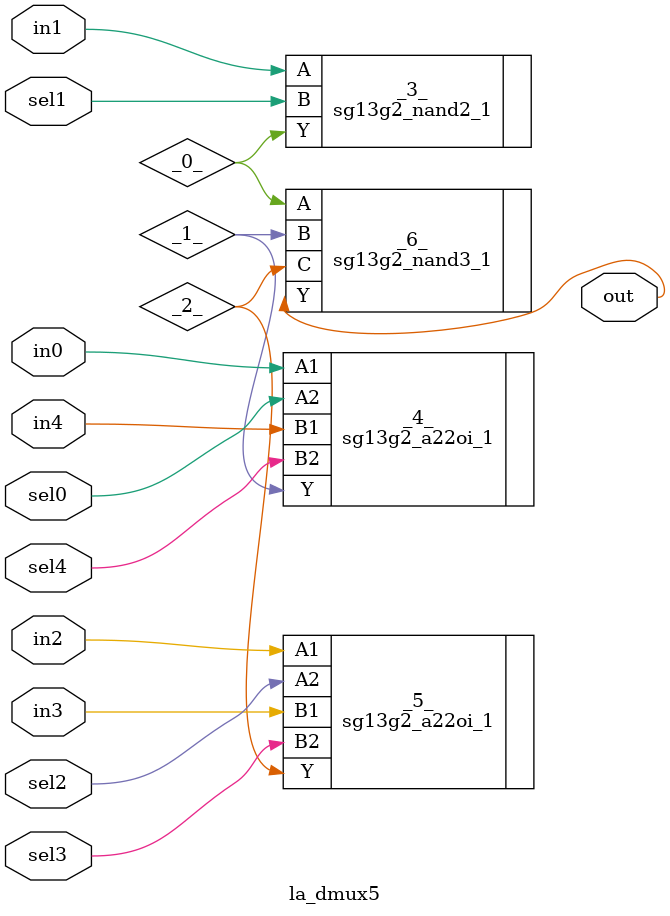
<source format=v>

/* Generated by Yosys 0.44 (git sha1 80ba43d26, g++ 11.4.0-1ubuntu1~22.04 -fPIC -O3) */

(* top =  1  *)
(* src = "generated" *)
(* keep_hierarchy *)
module la_dmux5 (
    sel4,
    sel3,
    sel2,
    sel1,
    sel0,
    in4,
    in3,
    in2,
    in1,
    in0,
    out
);
  wire _0_;
  wire _1_;
  wire _2_;
  (* src = "generated" *)
  input in0;
  wire in0;
  (* src = "generated" *)
  input in1;
  wire in1;
  (* src = "generated" *)
  input in2;
  wire in2;
  (* src = "generated" *)
  input in3;
  wire in3;
  (* src = "generated" *)
  input in4;
  wire in4;
  (* src = "generated" *)
  output out;
  wire out;
  (* src = "generated" *)
  input sel0;
  wire sel0;
  (* src = "generated" *)
  input sel1;
  wire sel1;
  (* src = "generated" *)
  input sel2;
  wire sel2;
  (* src = "generated" *)
  input sel3;
  wire sel3;
  (* src = "generated" *)
  input sel4;
  wire sel4;
  sg13g2_nand2_1 _3_ (
      .A(in1),
      .B(sel1),
      .Y(_0_)
  );
  sg13g2_a22oi_1 _4_ (
      .A1(in0),
      .A2(sel0),
      .B1(in4),
      .B2(sel4),
      .Y (_1_)
  );
  sg13g2_a22oi_1 _5_ (
      .A1(in2),
      .A2(sel2),
      .B1(in3),
      .B2(sel3),
      .Y (_2_)
  );
  sg13g2_nand3_1 _6_ (
      .A(_0_),
      .B(_1_),
      .C(_2_),
      .Y(out)
  );
endmodule

</source>
